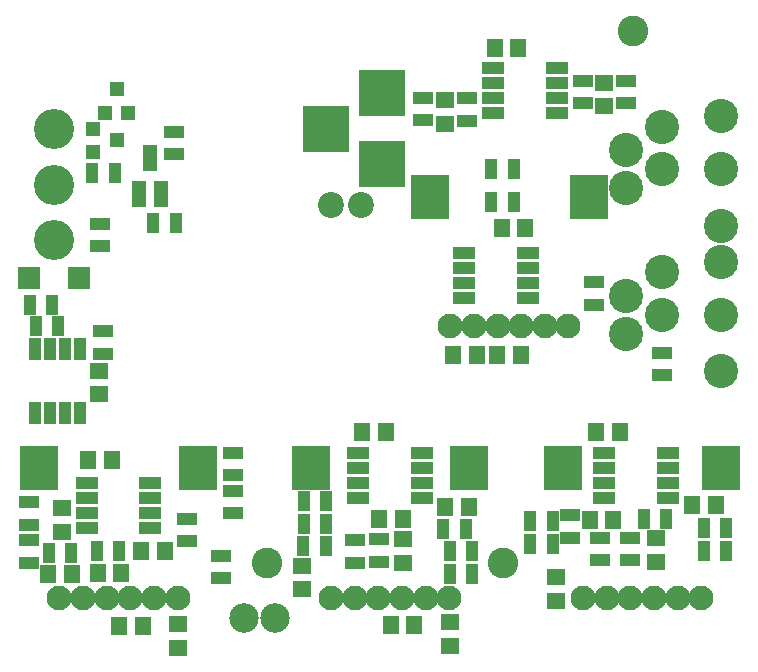
<source format=gbr>
G04 #@! TF.FileFunction,Soldermask,Bot*
%FSLAX46Y46*%
G04 Gerber Fmt 4.6, Leading zero omitted, Abs format (unit mm)*
G04 Created by KiCad (PCBNEW 4.0.7) date 07/07/19 20:21:31*
%MOMM*%
%LPD*%
G01*
G04 APERTURE LIST*
%ADD10C,0.100000*%
%ADD11C,2.500000*%
%ADD12C,2.600000*%
%ADD13C,2.200000*%
%ADD14R,3.900000X3.900000*%
%ADD15C,2.900000*%
%ADD16R,1.200000X2.300000*%
%ADD17C,2.100000*%
%ADD18R,3.200000X3.800000*%
%ADD19C,3.400000*%
%ADD20R,1.400000X1.650000*%
%ADD21R,1.650000X1.400000*%
%ADD22R,1.700000X1.100000*%
%ADD23R,1.100000X1.700000*%
%ADD24R,1.950000X1.000000*%
%ADD25R,1.000000X1.950000*%
%ADD26R,1.300000X1.200000*%
%ADD27R,1.200000X1.300000*%
%ADD28R,1.900000X1.900000*%
G04 APERTURE END LIST*
D10*
D11*
X110200000Y-152200000D03*
D12*
X109500000Y-147500000D03*
X129500000Y-147500000D03*
D13*
X117500000Y-117250000D03*
X114960000Y-117250000D03*
D14*
X119250000Y-113750000D03*
X119250000Y-107750000D03*
X114550000Y-110750000D03*
D15*
X148000000Y-131300000D03*
X148000000Y-126500000D03*
X148000000Y-122000000D03*
X143000000Y-122900000D03*
X139900000Y-124900000D03*
X139900000Y-128100000D03*
X143000000Y-126500000D03*
X148000000Y-119000000D03*
X148000000Y-114200000D03*
X148000000Y-109700000D03*
X143000000Y-110600000D03*
X139900000Y-112600000D03*
X139900000Y-115800000D03*
X143000000Y-114200000D03*
D16*
X100550000Y-116250000D03*
X98650000Y-116250000D03*
X99600000Y-113250000D03*
D17*
X131050000Y-127500000D03*
X133050000Y-127500000D03*
X135050000Y-127500000D03*
X129050000Y-127500000D03*
X127050000Y-127500000D03*
X125050000Y-127500000D03*
D18*
X136750000Y-116500000D03*
X123350000Y-116500000D03*
D19*
X91500000Y-120200000D03*
X91500000Y-115500000D03*
X91500000Y-110800000D03*
D20*
X97000000Y-152900000D03*
X99000000Y-152900000D03*
X120000000Y-152800000D03*
X122000000Y-152800000D03*
D21*
X121000000Y-147500000D03*
X121000000Y-145500000D03*
X102000000Y-154700000D03*
X102000000Y-152700000D03*
X142500000Y-147400000D03*
X142500000Y-145400000D03*
X125000000Y-154550000D03*
X125000000Y-152550000D03*
X112500000Y-149750000D03*
X112500000Y-147750000D03*
X134000000Y-150750000D03*
X134000000Y-148750000D03*
D20*
X94400000Y-138800000D03*
X96400000Y-138800000D03*
X138850000Y-143900000D03*
X136850000Y-143900000D03*
X145500000Y-142650000D03*
X147500000Y-142650000D03*
X119600000Y-136400000D03*
X117600000Y-136400000D03*
X129400000Y-119200000D03*
X131400000Y-119200000D03*
X139400000Y-136400000D03*
X137400000Y-136400000D03*
D22*
X137250000Y-125650000D03*
X137250000Y-123750000D03*
X143000000Y-129750000D03*
X143000000Y-131650000D03*
D23*
X114500000Y-146050000D03*
X112600000Y-146050000D03*
D22*
X119000000Y-145500000D03*
X119000000Y-147400000D03*
D23*
X125000000Y-148450000D03*
X126900000Y-148450000D03*
D22*
X117000000Y-145600000D03*
X117000000Y-147500000D03*
D23*
X99900000Y-118750000D03*
X101800000Y-118750000D03*
X96650000Y-114500000D03*
X94750000Y-114500000D03*
D24*
X99650000Y-140730000D03*
X99650000Y-142000000D03*
X99650000Y-143270000D03*
X99650000Y-144540000D03*
X94250000Y-144540000D03*
X94250000Y-143270000D03*
X94250000Y-142000000D03*
X94250000Y-140730000D03*
X117250000Y-142020000D03*
X117250000Y-140750000D03*
X117250000Y-139480000D03*
X117250000Y-138210000D03*
X122650000Y-138210000D03*
X122650000Y-139480000D03*
X122650000Y-140750000D03*
X122650000Y-142020000D03*
X138100000Y-142020000D03*
X138100000Y-140750000D03*
X138100000Y-139480000D03*
X138100000Y-138210000D03*
X143500000Y-138210000D03*
X143500000Y-139480000D03*
X143500000Y-140750000D03*
X143500000Y-142020000D03*
X131600000Y-121260000D03*
X131600000Y-122530000D03*
X131600000Y-123800000D03*
X131600000Y-125070000D03*
X126200000Y-125070000D03*
X126200000Y-123800000D03*
X126200000Y-122530000D03*
X126200000Y-121260000D03*
D22*
X139950000Y-108600000D03*
X139950000Y-106700000D03*
X122750000Y-110050000D03*
X122750000Y-108150000D03*
D25*
X89860000Y-129450000D03*
X91130000Y-129450000D03*
X92400000Y-129450000D03*
X93670000Y-129450000D03*
X93670000Y-134850000D03*
X92400000Y-134850000D03*
X91130000Y-134850000D03*
X89860000Y-134850000D03*
D24*
X128658510Y-109454136D03*
X128658510Y-108184136D03*
X128658510Y-106914136D03*
X128658510Y-105644136D03*
X134058510Y-105644136D03*
X134058510Y-106914136D03*
X134058510Y-108184136D03*
X134058510Y-109454136D03*
D12*
X140500000Y-102500000D03*
D11*
X107600000Y-152200000D03*
D17*
X97950000Y-150500000D03*
X99950000Y-150500000D03*
X101950000Y-150500000D03*
X95950000Y-150500000D03*
X93950000Y-150500000D03*
X91950000Y-150500000D03*
D18*
X103650000Y-139500000D03*
X90250000Y-139500000D03*
D17*
X120950000Y-150500000D03*
X122950000Y-150500000D03*
X124950000Y-150500000D03*
X118950000Y-150500000D03*
X116950000Y-150500000D03*
X114950000Y-150500000D03*
D18*
X126650000Y-139500000D03*
X113250000Y-139500000D03*
D17*
X142300000Y-150500000D03*
X144300000Y-150500000D03*
X146300000Y-150500000D03*
X140300000Y-150500000D03*
X138300000Y-150500000D03*
X136300000Y-150500000D03*
D18*
X148000000Y-139500000D03*
X134600000Y-139500000D03*
D20*
X130800000Y-103900000D03*
X128800000Y-103900000D03*
D21*
X95300000Y-133250000D03*
X95300000Y-131250000D03*
D20*
X98900000Y-146500000D03*
X100900000Y-146500000D03*
D21*
X92200000Y-144900000D03*
X92200000Y-142900000D03*
D20*
X119000000Y-143800000D03*
X121000000Y-143800000D03*
X124600000Y-142800000D03*
X126600000Y-142800000D03*
X97200000Y-148400000D03*
X95200000Y-148400000D03*
X91000000Y-148500000D03*
X93000000Y-148500000D03*
X129000000Y-129900000D03*
X131000000Y-129900000D03*
X127300000Y-129900000D03*
X125300000Y-129900000D03*
D21*
X138100000Y-108850000D03*
X138100000Y-106850000D03*
X124600000Y-110350000D03*
X124600000Y-108350000D03*
D26*
X94820000Y-112700000D03*
X94820000Y-110800000D03*
X96820000Y-111750000D03*
D27*
X97750000Y-109420000D03*
X95850000Y-109420000D03*
X96800000Y-107420000D03*
D23*
X133700000Y-145900000D03*
X131800000Y-145900000D03*
X146500000Y-146500000D03*
X148400000Y-146500000D03*
D22*
X140250000Y-145400000D03*
X140250000Y-147300000D03*
X137750000Y-145400000D03*
X137750000Y-147300000D03*
X102750000Y-145700000D03*
X102750000Y-143800000D03*
X105600000Y-148800000D03*
X105600000Y-146900000D03*
D23*
X97000000Y-146500000D03*
X95100000Y-146500000D03*
X91050000Y-146700000D03*
X92950000Y-146700000D03*
D22*
X101650000Y-112900000D03*
X101650000Y-111000000D03*
D23*
X133700000Y-144000000D03*
X131800000Y-144000000D03*
X146500000Y-144550000D03*
X148400000Y-144550000D03*
D22*
X135200000Y-145400000D03*
X135200000Y-143500000D03*
X95400000Y-118800000D03*
X95400000Y-120700000D03*
D23*
X141450000Y-143800000D03*
X143350000Y-143800000D03*
X114550000Y-144200000D03*
X112650000Y-144200000D03*
X125000000Y-146500000D03*
X126900000Y-146500000D03*
X89950000Y-127500000D03*
X91850000Y-127500000D03*
D22*
X95600000Y-127900000D03*
X95600000Y-129800000D03*
D23*
X112650000Y-142300000D03*
X114550000Y-142300000D03*
X124450000Y-144650000D03*
X126350000Y-144650000D03*
X91350000Y-125650000D03*
X89450000Y-125650000D03*
X128500000Y-114200000D03*
X130400000Y-114200000D03*
X128500000Y-116950000D03*
X130400000Y-116950000D03*
D22*
X136258510Y-108621992D03*
X136258510Y-106721992D03*
X126458510Y-110084136D03*
X126458510Y-108184136D03*
X106654424Y-141400000D03*
X106654424Y-143300000D03*
X89360040Y-145600000D03*
X89360040Y-147500000D03*
X89360040Y-142400000D03*
X89360040Y-144300000D03*
X106654424Y-138200000D03*
X106654424Y-140100000D03*
D28*
X89400000Y-123400000D03*
X93600000Y-123400000D03*
M02*

</source>
